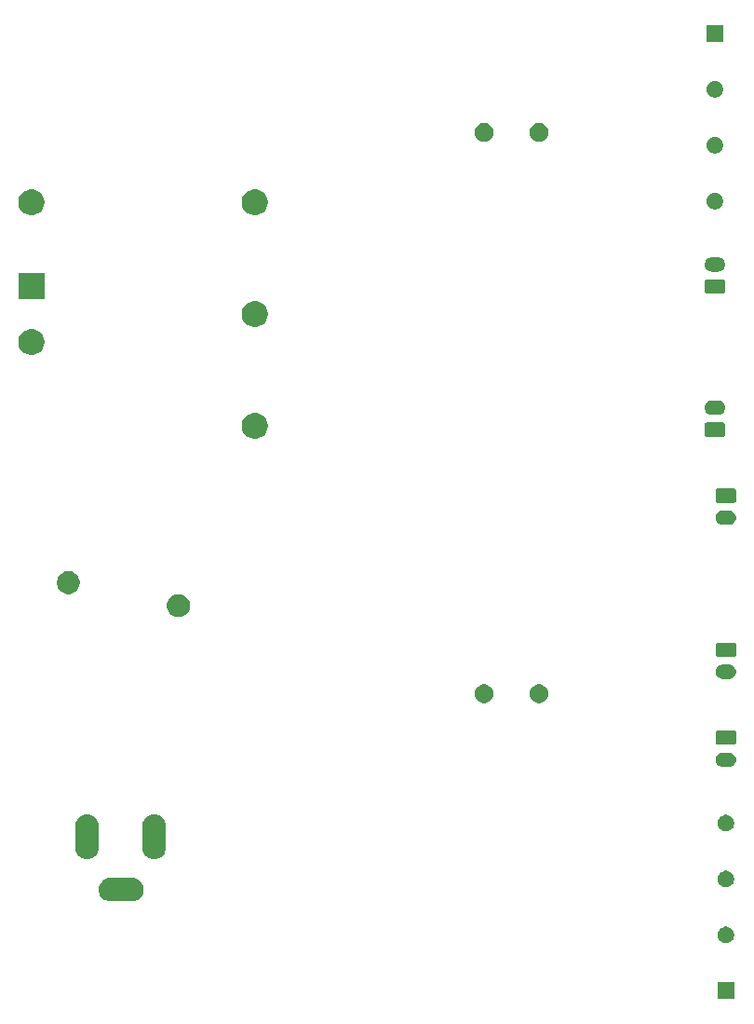
<source format=gbs>
G04 #@! TF.GenerationSoftware,KiCad,Pcbnew,(5.1.5-0)*
G04 #@! TF.CreationDate,2021-01-10T16:54:22-07:00*
G04 #@! TF.ProjectId,power_cui,706f7765-725f-4637-9569-2e6b69636164,rev?*
G04 #@! TF.SameCoordinates,Original*
G04 #@! TF.FileFunction,Soldermask,Bot*
G04 #@! TF.FilePolarity,Negative*
%FSLAX46Y46*%
G04 Gerber Fmt 4.6, Leading zero omitted, Abs format (unit mm)*
G04 Created by KiCad (PCBNEW (5.1.5-0)) date 2021-01-10 16:54:22*
%MOMM*%
%LPD*%
G04 APERTURE LIST*
%ADD10C,0.100000*%
G04 APERTURE END LIST*
D10*
G36*
X152751000Y-143751000D02*
G01*
X151249000Y-143751000D01*
X151249000Y-142249000D01*
X152751000Y-142249000D01*
X152751000Y-143751000D01*
G37*
G36*
X152219059Y-137197860D02*
G01*
X152355732Y-137254472D01*
X152478735Y-137336660D01*
X152583340Y-137441265D01*
X152665528Y-137564268D01*
X152722140Y-137700941D01*
X152751000Y-137846033D01*
X152751000Y-137993967D01*
X152722140Y-138139059D01*
X152665528Y-138275732D01*
X152583340Y-138398735D01*
X152478735Y-138503340D01*
X152355732Y-138585528D01*
X152355731Y-138585529D01*
X152355730Y-138585529D01*
X152219059Y-138642140D01*
X152073968Y-138671000D01*
X151926032Y-138671000D01*
X151780941Y-138642140D01*
X151644270Y-138585529D01*
X151644269Y-138585529D01*
X151644268Y-138585528D01*
X151521265Y-138503340D01*
X151416660Y-138398735D01*
X151334472Y-138275732D01*
X151277860Y-138139059D01*
X151249000Y-137993967D01*
X151249000Y-137846033D01*
X151277860Y-137700941D01*
X151334472Y-137564268D01*
X151416660Y-137441265D01*
X151521265Y-137336660D01*
X151644268Y-137254472D01*
X151780941Y-137197860D01*
X151926032Y-137169000D01*
X152073968Y-137169000D01*
X152219059Y-137197860D01*
G37*
G36*
X98103097Y-132754069D02*
G01*
X98206032Y-132764207D01*
X98404146Y-132824305D01*
X98404149Y-132824306D01*
X98500975Y-132876061D01*
X98586729Y-132921897D01*
X98746765Y-133053235D01*
X98878103Y-133213271D01*
X98923939Y-133299025D01*
X98975694Y-133395851D01*
X98975695Y-133395854D01*
X99035793Y-133593968D01*
X99056085Y-133800000D01*
X99035793Y-134006032D01*
X98975695Y-134204146D01*
X98975694Y-134204149D01*
X98923939Y-134300975D01*
X98878103Y-134386729D01*
X98746765Y-134546765D01*
X98586729Y-134678103D01*
X98500975Y-134723939D01*
X98404149Y-134775694D01*
X98404146Y-134775695D01*
X98206032Y-134835793D01*
X98103097Y-134845931D01*
X98051631Y-134851000D01*
X95948369Y-134851000D01*
X95896903Y-134845931D01*
X95793968Y-134835793D01*
X95595854Y-134775695D01*
X95595851Y-134775694D01*
X95499025Y-134723939D01*
X95413271Y-134678103D01*
X95253235Y-134546765D01*
X95121897Y-134386729D01*
X95076061Y-134300975D01*
X95024306Y-134204149D01*
X95024305Y-134204146D01*
X94964207Y-134006032D01*
X94943915Y-133800000D01*
X94964207Y-133593968D01*
X95024305Y-133395854D01*
X95024306Y-133395851D01*
X95076061Y-133299025D01*
X95121897Y-133213271D01*
X95253235Y-133053235D01*
X95413271Y-132921897D01*
X95499025Y-132876061D01*
X95595851Y-132824306D01*
X95595854Y-132824305D01*
X95793968Y-132764207D01*
X95896903Y-132754069D01*
X95948369Y-132749000D01*
X98051631Y-132749000D01*
X98103097Y-132754069D01*
G37*
G36*
X152219059Y-132117860D02*
G01*
X152355732Y-132174472D01*
X152478735Y-132256660D01*
X152583340Y-132361265D01*
X152665528Y-132484268D01*
X152722140Y-132620941D01*
X152751000Y-132766033D01*
X152751000Y-132913967D01*
X152722140Y-133059059D01*
X152665528Y-133195732D01*
X152583340Y-133318735D01*
X152478735Y-133423340D01*
X152355732Y-133505528D01*
X152355731Y-133505529D01*
X152355730Y-133505529D01*
X152219059Y-133562140D01*
X152073968Y-133591000D01*
X151926032Y-133591000D01*
X151780941Y-133562140D01*
X151644270Y-133505529D01*
X151644269Y-133505529D01*
X151644268Y-133505528D01*
X151521265Y-133423340D01*
X151416660Y-133318735D01*
X151334472Y-133195732D01*
X151277860Y-133059059D01*
X151249000Y-132913967D01*
X151249000Y-132766033D01*
X151277860Y-132620941D01*
X151334472Y-132484268D01*
X151416660Y-132361265D01*
X151521265Y-132256660D01*
X151644268Y-132174472D01*
X151780941Y-132117860D01*
X151926032Y-132089000D01*
X152073968Y-132089000D01*
X152219059Y-132117860D01*
G37*
G36*
X100206032Y-126964207D02*
G01*
X100404146Y-127024305D01*
X100404149Y-127024306D01*
X100500975Y-127076061D01*
X100586729Y-127121897D01*
X100746765Y-127253235D01*
X100878103Y-127413271D01*
X100923939Y-127499025D01*
X100975694Y-127595851D01*
X100975695Y-127595854D01*
X101035793Y-127793968D01*
X101051000Y-127948370D01*
X101051000Y-130051630D01*
X101035793Y-130206032D01*
X100975695Y-130404145D01*
X100975694Y-130404149D01*
X100923939Y-130500975D01*
X100878103Y-130586729D01*
X100746765Y-130746765D01*
X100586729Y-130878103D01*
X100470030Y-130940479D01*
X100404148Y-130975694D01*
X100404145Y-130975695D01*
X100206031Y-131035793D01*
X100000000Y-131056085D01*
X99793968Y-131035793D01*
X99595854Y-130975695D01*
X99595851Y-130975694D01*
X99499025Y-130923939D01*
X99413271Y-130878103D01*
X99253235Y-130746765D01*
X99121897Y-130586729D01*
X99024307Y-130404149D01*
X99024306Y-130404148D01*
X99024305Y-130404145D01*
X98964207Y-130206031D01*
X98949000Y-130051629D01*
X98949001Y-127948370D01*
X98964208Y-127793968D01*
X99024306Y-127595854D01*
X99024307Y-127595851D01*
X99076062Y-127499025D01*
X99121898Y-127413271D01*
X99253236Y-127253235D01*
X99413272Y-127121897D01*
X99499026Y-127076061D01*
X99595852Y-127024306D01*
X99595855Y-127024305D01*
X99793969Y-126964207D01*
X100000000Y-126943915D01*
X100206032Y-126964207D01*
G37*
G36*
X94106032Y-126964207D02*
G01*
X94304146Y-127024305D01*
X94304149Y-127024306D01*
X94400975Y-127076061D01*
X94486729Y-127121897D01*
X94646765Y-127253235D01*
X94778103Y-127413271D01*
X94823939Y-127499025D01*
X94875694Y-127595851D01*
X94875695Y-127595854D01*
X94935793Y-127793968D01*
X94951000Y-127948370D01*
X94951000Y-130051630D01*
X94935793Y-130206032D01*
X94875695Y-130404145D01*
X94875694Y-130404149D01*
X94823939Y-130500975D01*
X94778103Y-130586729D01*
X94646765Y-130746765D01*
X94486729Y-130878103D01*
X94370030Y-130940479D01*
X94304148Y-130975694D01*
X94304145Y-130975695D01*
X94106031Y-131035793D01*
X93900000Y-131056085D01*
X93693968Y-131035793D01*
X93495854Y-130975695D01*
X93495851Y-130975694D01*
X93399025Y-130923939D01*
X93313271Y-130878103D01*
X93153235Y-130746765D01*
X93021897Y-130586729D01*
X92924307Y-130404149D01*
X92924306Y-130404148D01*
X92924305Y-130404145D01*
X92864207Y-130206031D01*
X92849000Y-130051629D01*
X92849001Y-127948370D01*
X92864208Y-127793968D01*
X92924306Y-127595854D01*
X92924307Y-127595851D01*
X92976062Y-127499025D01*
X93021898Y-127413271D01*
X93153236Y-127253235D01*
X93313272Y-127121897D01*
X93399026Y-127076061D01*
X93495852Y-127024306D01*
X93495855Y-127024305D01*
X93693969Y-126964207D01*
X93900000Y-126943915D01*
X94106032Y-126964207D01*
G37*
G36*
X152219059Y-127037860D02*
G01*
X152355732Y-127094472D01*
X152478735Y-127176660D01*
X152583340Y-127281265D01*
X152583341Y-127281267D01*
X152665529Y-127404270D01*
X152722140Y-127540941D01*
X152751000Y-127686032D01*
X152751000Y-127833968D01*
X152728244Y-127948370D01*
X152722140Y-127979059D01*
X152665528Y-128115732D01*
X152583340Y-128238735D01*
X152478735Y-128343340D01*
X152355732Y-128425528D01*
X152355731Y-128425529D01*
X152355730Y-128425529D01*
X152219059Y-128482140D01*
X152073968Y-128511000D01*
X151926032Y-128511000D01*
X151780941Y-128482140D01*
X151644270Y-128425529D01*
X151644269Y-128425529D01*
X151644268Y-128425528D01*
X151521265Y-128343340D01*
X151416660Y-128238735D01*
X151334472Y-128115732D01*
X151277860Y-127979059D01*
X151271756Y-127948370D01*
X151249000Y-127833968D01*
X151249000Y-127686032D01*
X151277860Y-127540941D01*
X151334471Y-127404270D01*
X151416659Y-127281267D01*
X151416660Y-127281265D01*
X151521265Y-127176660D01*
X151644268Y-127094472D01*
X151780941Y-127037860D01*
X151926032Y-127009000D01*
X152073968Y-127009000D01*
X152219059Y-127037860D01*
G37*
G36*
X152338855Y-121352140D02*
G01*
X152402618Y-121358420D01*
X152493404Y-121385960D01*
X152525336Y-121395646D01*
X152638425Y-121456094D01*
X152737554Y-121537446D01*
X152818906Y-121636575D01*
X152879354Y-121749664D01*
X152879355Y-121749668D01*
X152916580Y-121872382D01*
X152929149Y-122000000D01*
X152916580Y-122127618D01*
X152889040Y-122218404D01*
X152879354Y-122250336D01*
X152818906Y-122363425D01*
X152737554Y-122462554D01*
X152638425Y-122543906D01*
X152525336Y-122604354D01*
X152493404Y-122614040D01*
X152402618Y-122641580D01*
X152338855Y-122647860D01*
X152306974Y-122651000D01*
X151693026Y-122651000D01*
X151661145Y-122647860D01*
X151597382Y-122641580D01*
X151506596Y-122614040D01*
X151474664Y-122604354D01*
X151361575Y-122543906D01*
X151262446Y-122462554D01*
X151181094Y-122363425D01*
X151120646Y-122250336D01*
X151110960Y-122218404D01*
X151083420Y-122127618D01*
X151070851Y-122000000D01*
X151083420Y-121872382D01*
X151120645Y-121749668D01*
X151120646Y-121749664D01*
X151181094Y-121636575D01*
X151262446Y-121537446D01*
X151361575Y-121456094D01*
X151474664Y-121395646D01*
X151506596Y-121385960D01*
X151597382Y-121358420D01*
X151661145Y-121352140D01*
X151693026Y-121349000D01*
X152306974Y-121349000D01*
X152338855Y-121352140D01*
G37*
G36*
X152766242Y-119353404D02*
G01*
X152803337Y-119364657D01*
X152837515Y-119382925D01*
X152867481Y-119407519D01*
X152892075Y-119437485D01*
X152910343Y-119471663D01*
X152921596Y-119508758D01*
X152926000Y-119553474D01*
X152926000Y-120446526D01*
X152921596Y-120491242D01*
X152910343Y-120528337D01*
X152892075Y-120562515D01*
X152867481Y-120592481D01*
X152837515Y-120617075D01*
X152803337Y-120635343D01*
X152766242Y-120646596D01*
X152721526Y-120651000D01*
X151278474Y-120651000D01*
X151233758Y-120646596D01*
X151196663Y-120635343D01*
X151162485Y-120617075D01*
X151132519Y-120592481D01*
X151107925Y-120562515D01*
X151089657Y-120528337D01*
X151078404Y-120491242D01*
X151074000Y-120446526D01*
X151074000Y-119553474D01*
X151078404Y-119508758D01*
X151089657Y-119471663D01*
X151107925Y-119437485D01*
X151132519Y-119407519D01*
X151162485Y-119382925D01*
X151196663Y-119364657D01*
X151233758Y-119353404D01*
X151278474Y-119349000D01*
X152721526Y-119349000D01*
X152766242Y-119353404D01*
G37*
G36*
X135248228Y-115181703D02*
G01*
X135403100Y-115245853D01*
X135542481Y-115338985D01*
X135661015Y-115457519D01*
X135754147Y-115596900D01*
X135818297Y-115751772D01*
X135851000Y-115916184D01*
X135851000Y-116083816D01*
X135818297Y-116248228D01*
X135754147Y-116403100D01*
X135661015Y-116542481D01*
X135542481Y-116661015D01*
X135403100Y-116754147D01*
X135248228Y-116818297D01*
X135083816Y-116851000D01*
X134916184Y-116851000D01*
X134751772Y-116818297D01*
X134596900Y-116754147D01*
X134457519Y-116661015D01*
X134338985Y-116542481D01*
X134245853Y-116403100D01*
X134181703Y-116248228D01*
X134149000Y-116083816D01*
X134149000Y-115916184D01*
X134181703Y-115751772D01*
X134245853Y-115596900D01*
X134338985Y-115457519D01*
X134457519Y-115338985D01*
X134596900Y-115245853D01*
X134751772Y-115181703D01*
X134916184Y-115149000D01*
X135083816Y-115149000D01*
X135248228Y-115181703D01*
G37*
G36*
X130248228Y-115181703D02*
G01*
X130403100Y-115245853D01*
X130542481Y-115338985D01*
X130661015Y-115457519D01*
X130754147Y-115596900D01*
X130818297Y-115751772D01*
X130851000Y-115916184D01*
X130851000Y-116083816D01*
X130818297Y-116248228D01*
X130754147Y-116403100D01*
X130661015Y-116542481D01*
X130542481Y-116661015D01*
X130403100Y-116754147D01*
X130248228Y-116818297D01*
X130083816Y-116851000D01*
X129916184Y-116851000D01*
X129751772Y-116818297D01*
X129596900Y-116754147D01*
X129457519Y-116661015D01*
X129338985Y-116542481D01*
X129245853Y-116403100D01*
X129181703Y-116248228D01*
X129149000Y-116083816D01*
X129149000Y-115916184D01*
X129181703Y-115751772D01*
X129245853Y-115596900D01*
X129338985Y-115457519D01*
X129457519Y-115338985D01*
X129596900Y-115245853D01*
X129751772Y-115181703D01*
X129916184Y-115149000D01*
X130083816Y-115149000D01*
X130248228Y-115181703D01*
G37*
G36*
X152338855Y-113352140D02*
G01*
X152402618Y-113358420D01*
X152493404Y-113385960D01*
X152525336Y-113395646D01*
X152638425Y-113456094D01*
X152737554Y-113537446D01*
X152818906Y-113636575D01*
X152879354Y-113749664D01*
X152879355Y-113749668D01*
X152916580Y-113872382D01*
X152929149Y-114000000D01*
X152916580Y-114127618D01*
X152889040Y-114218404D01*
X152879354Y-114250336D01*
X152818906Y-114363425D01*
X152737554Y-114462554D01*
X152638425Y-114543906D01*
X152525336Y-114604354D01*
X152493404Y-114614040D01*
X152402618Y-114641580D01*
X152338855Y-114647860D01*
X152306974Y-114651000D01*
X151693026Y-114651000D01*
X151661145Y-114647860D01*
X151597382Y-114641580D01*
X151506596Y-114614040D01*
X151474664Y-114604354D01*
X151361575Y-114543906D01*
X151262446Y-114462554D01*
X151181094Y-114363425D01*
X151120646Y-114250336D01*
X151110960Y-114218404D01*
X151083420Y-114127618D01*
X151070851Y-114000000D01*
X151083420Y-113872382D01*
X151120645Y-113749668D01*
X151120646Y-113749664D01*
X151181094Y-113636575D01*
X151262446Y-113537446D01*
X151361575Y-113456094D01*
X151474664Y-113395646D01*
X151506596Y-113385960D01*
X151597382Y-113358420D01*
X151661145Y-113352140D01*
X151693026Y-113349000D01*
X152306974Y-113349000D01*
X152338855Y-113352140D01*
G37*
G36*
X152766242Y-111353404D02*
G01*
X152803337Y-111364657D01*
X152837515Y-111382925D01*
X152867481Y-111407519D01*
X152892075Y-111437485D01*
X152910343Y-111471663D01*
X152921596Y-111508758D01*
X152926000Y-111553474D01*
X152926000Y-112446526D01*
X152921596Y-112491242D01*
X152910343Y-112528337D01*
X152892075Y-112562515D01*
X152867481Y-112592481D01*
X152837515Y-112617075D01*
X152803337Y-112635343D01*
X152766242Y-112646596D01*
X152721526Y-112651000D01*
X151278474Y-112651000D01*
X151233758Y-112646596D01*
X151196663Y-112635343D01*
X151162485Y-112617075D01*
X151132519Y-112592481D01*
X151107925Y-112562515D01*
X151089657Y-112528337D01*
X151078404Y-112491242D01*
X151074000Y-112446526D01*
X151074000Y-111553474D01*
X151078404Y-111508758D01*
X151089657Y-111471663D01*
X151107925Y-111437485D01*
X151132519Y-111407519D01*
X151162485Y-111382925D01*
X151196663Y-111364657D01*
X151233758Y-111353404D01*
X151278474Y-111349000D01*
X152721526Y-111349000D01*
X152766242Y-111353404D01*
G37*
G36*
X102506564Y-106989389D02*
G01*
X102697833Y-107068615D01*
X102697835Y-107068616D01*
X102869973Y-107183635D01*
X103016365Y-107330027D01*
X103131385Y-107502167D01*
X103210611Y-107693436D01*
X103251000Y-107896484D01*
X103251000Y-108103516D01*
X103210611Y-108306564D01*
X103131385Y-108497833D01*
X103131384Y-108497835D01*
X103016365Y-108669973D01*
X102869973Y-108816365D01*
X102697835Y-108931384D01*
X102697834Y-108931385D01*
X102697833Y-108931385D01*
X102506564Y-109010611D01*
X102303516Y-109051000D01*
X102096484Y-109051000D01*
X101893436Y-109010611D01*
X101702167Y-108931385D01*
X101702166Y-108931385D01*
X101702165Y-108931384D01*
X101530027Y-108816365D01*
X101383635Y-108669973D01*
X101268616Y-108497835D01*
X101268615Y-108497833D01*
X101189389Y-108306564D01*
X101149000Y-108103516D01*
X101149000Y-107896484D01*
X101189389Y-107693436D01*
X101268615Y-107502167D01*
X101383635Y-107330027D01*
X101530027Y-107183635D01*
X101702165Y-107068616D01*
X101702167Y-107068615D01*
X101893436Y-106989389D01*
X102096484Y-106949000D01*
X102303516Y-106949000D01*
X102506564Y-106989389D01*
G37*
G36*
X92506564Y-104889389D02*
G01*
X92697833Y-104968615D01*
X92697835Y-104968616D01*
X92869973Y-105083635D01*
X93016365Y-105230027D01*
X93131385Y-105402167D01*
X93210611Y-105593436D01*
X93251000Y-105796484D01*
X93251000Y-106003516D01*
X93210611Y-106206564D01*
X93131385Y-106397833D01*
X93131384Y-106397835D01*
X93016365Y-106569973D01*
X92869973Y-106716365D01*
X92697835Y-106831384D01*
X92697834Y-106831385D01*
X92697833Y-106831385D01*
X92506564Y-106910611D01*
X92303516Y-106951000D01*
X92096484Y-106951000D01*
X91893436Y-106910611D01*
X91702167Y-106831385D01*
X91702166Y-106831385D01*
X91702165Y-106831384D01*
X91530027Y-106716365D01*
X91383635Y-106569973D01*
X91268616Y-106397835D01*
X91268615Y-106397833D01*
X91189389Y-106206564D01*
X91149000Y-106003516D01*
X91149000Y-105796484D01*
X91189389Y-105593436D01*
X91268615Y-105402167D01*
X91383635Y-105230027D01*
X91530027Y-105083635D01*
X91702165Y-104968616D01*
X91702167Y-104968615D01*
X91893436Y-104889389D01*
X92096484Y-104849000D01*
X92303516Y-104849000D01*
X92506564Y-104889389D01*
G37*
G36*
X152338855Y-99352140D02*
G01*
X152402618Y-99358420D01*
X152493404Y-99385960D01*
X152525336Y-99395646D01*
X152638425Y-99456094D01*
X152737554Y-99537446D01*
X152818906Y-99636575D01*
X152879354Y-99749664D01*
X152879355Y-99749668D01*
X152916580Y-99872382D01*
X152929149Y-100000000D01*
X152916580Y-100127618D01*
X152889040Y-100218404D01*
X152879354Y-100250336D01*
X152818906Y-100363425D01*
X152737554Y-100462554D01*
X152638425Y-100543906D01*
X152525336Y-100604354D01*
X152493404Y-100614040D01*
X152402618Y-100641580D01*
X152338855Y-100647860D01*
X152306974Y-100651000D01*
X151693026Y-100651000D01*
X151661145Y-100647860D01*
X151597382Y-100641580D01*
X151506596Y-100614040D01*
X151474664Y-100604354D01*
X151361575Y-100543906D01*
X151262446Y-100462554D01*
X151181094Y-100363425D01*
X151120646Y-100250336D01*
X151110960Y-100218404D01*
X151083420Y-100127618D01*
X151070851Y-100000000D01*
X151083420Y-99872382D01*
X151120645Y-99749668D01*
X151120646Y-99749664D01*
X151181094Y-99636575D01*
X151262446Y-99537446D01*
X151361575Y-99456094D01*
X151474664Y-99395646D01*
X151506596Y-99385960D01*
X151597382Y-99358420D01*
X151661145Y-99352140D01*
X151693026Y-99349000D01*
X152306974Y-99349000D01*
X152338855Y-99352140D01*
G37*
G36*
X152766242Y-97353404D02*
G01*
X152803337Y-97364657D01*
X152837515Y-97382925D01*
X152867481Y-97407519D01*
X152892075Y-97437485D01*
X152910343Y-97471663D01*
X152921596Y-97508758D01*
X152926000Y-97553474D01*
X152926000Y-98446526D01*
X152921596Y-98491242D01*
X152910343Y-98528337D01*
X152892075Y-98562515D01*
X152867481Y-98592481D01*
X152837515Y-98617075D01*
X152803337Y-98635343D01*
X152766242Y-98646596D01*
X152721526Y-98651000D01*
X151278474Y-98651000D01*
X151233758Y-98646596D01*
X151196663Y-98635343D01*
X151162485Y-98617075D01*
X151132519Y-98592481D01*
X151107925Y-98562515D01*
X151089657Y-98528337D01*
X151078404Y-98491242D01*
X151074000Y-98446526D01*
X151074000Y-97553474D01*
X151078404Y-97508758D01*
X151089657Y-97471663D01*
X151107925Y-97437485D01*
X151132519Y-97407519D01*
X151162485Y-97382925D01*
X151196663Y-97364657D01*
X151233758Y-97353404D01*
X151278474Y-97349000D01*
X152721526Y-97349000D01*
X152766242Y-97353404D01*
G37*
G36*
X109351560Y-90499064D02*
G01*
X109503027Y-90529193D01*
X109717045Y-90617842D01*
X109717046Y-90617843D01*
X109909654Y-90746539D01*
X110073461Y-90910346D01*
X110159258Y-91038751D01*
X110202158Y-91102955D01*
X110290807Y-91316973D01*
X110336000Y-91544174D01*
X110336000Y-91775826D01*
X110290807Y-92003027D01*
X110202158Y-92217045D01*
X110202157Y-92217046D01*
X110073461Y-92409654D01*
X109909654Y-92573461D01*
X109800199Y-92646596D01*
X109717045Y-92702158D01*
X109503027Y-92790807D01*
X109351560Y-92820936D01*
X109275827Y-92836000D01*
X109044173Y-92836000D01*
X108968440Y-92820936D01*
X108816973Y-92790807D01*
X108602955Y-92702158D01*
X108519801Y-92646596D01*
X108410346Y-92573461D01*
X108246539Y-92409654D01*
X108117843Y-92217046D01*
X108117842Y-92217045D01*
X108029193Y-92003027D01*
X107984000Y-91775826D01*
X107984000Y-91544174D01*
X108029193Y-91316973D01*
X108117842Y-91102955D01*
X108160742Y-91038751D01*
X108246539Y-90910346D01*
X108410346Y-90746539D01*
X108602954Y-90617843D01*
X108602955Y-90617842D01*
X108816973Y-90529193D01*
X108968440Y-90499064D01*
X109044173Y-90484000D01*
X109275827Y-90484000D01*
X109351560Y-90499064D01*
G37*
G36*
X151766242Y-91353404D02*
G01*
X151803337Y-91364657D01*
X151837515Y-91382925D01*
X151867481Y-91407519D01*
X151892075Y-91437485D01*
X151910343Y-91471663D01*
X151921596Y-91508758D01*
X151926000Y-91553474D01*
X151926000Y-92446526D01*
X151921596Y-92491242D01*
X151910343Y-92528337D01*
X151892075Y-92562515D01*
X151867481Y-92592481D01*
X151837515Y-92617075D01*
X151803337Y-92635343D01*
X151766242Y-92646596D01*
X151721526Y-92651000D01*
X150278474Y-92651000D01*
X150233758Y-92646596D01*
X150196663Y-92635343D01*
X150162485Y-92617075D01*
X150132519Y-92592481D01*
X150107925Y-92562515D01*
X150089657Y-92528337D01*
X150078404Y-92491242D01*
X150074000Y-92446526D01*
X150074000Y-91553474D01*
X150078404Y-91508758D01*
X150089657Y-91471663D01*
X150107925Y-91437485D01*
X150132519Y-91407519D01*
X150162485Y-91382925D01*
X150196663Y-91364657D01*
X150233758Y-91353404D01*
X150278474Y-91349000D01*
X151721526Y-91349000D01*
X151766242Y-91353404D01*
G37*
G36*
X151338855Y-89352140D02*
G01*
X151402618Y-89358420D01*
X151493404Y-89385960D01*
X151525336Y-89395646D01*
X151638425Y-89456094D01*
X151737554Y-89537446D01*
X151818906Y-89636575D01*
X151879354Y-89749664D01*
X151879355Y-89749668D01*
X151916580Y-89872382D01*
X151929149Y-90000000D01*
X151916580Y-90127618D01*
X151889040Y-90218404D01*
X151879354Y-90250336D01*
X151818906Y-90363425D01*
X151737554Y-90462554D01*
X151638425Y-90543906D01*
X151525336Y-90604354D01*
X151493404Y-90614040D01*
X151402618Y-90641580D01*
X151338855Y-90647860D01*
X151306974Y-90651000D01*
X150693026Y-90651000D01*
X150661145Y-90647860D01*
X150597382Y-90641580D01*
X150506596Y-90614040D01*
X150474664Y-90604354D01*
X150361575Y-90543906D01*
X150262446Y-90462554D01*
X150181094Y-90363425D01*
X150120646Y-90250336D01*
X150110960Y-90218404D01*
X150083420Y-90127618D01*
X150070851Y-90000000D01*
X150083420Y-89872382D01*
X150120645Y-89749668D01*
X150120646Y-89749664D01*
X150181094Y-89636575D01*
X150262446Y-89537446D01*
X150361575Y-89456094D01*
X150474664Y-89395646D01*
X150506596Y-89385960D01*
X150597382Y-89358420D01*
X150661145Y-89352140D01*
X150693026Y-89349000D01*
X151306974Y-89349000D01*
X151338855Y-89352140D01*
G37*
G36*
X89031560Y-82879064D02*
G01*
X89183027Y-82909193D01*
X89397045Y-82997842D01*
X89397046Y-82997843D01*
X89589654Y-83126539D01*
X89753461Y-83290346D01*
X89839258Y-83418751D01*
X89882158Y-83482955D01*
X89970807Y-83696973D01*
X90016000Y-83924174D01*
X90016000Y-84155826D01*
X89970807Y-84383027D01*
X89882158Y-84597045D01*
X89882157Y-84597046D01*
X89753461Y-84789654D01*
X89589654Y-84953461D01*
X89461249Y-85039258D01*
X89397045Y-85082158D01*
X89183027Y-85170807D01*
X89031560Y-85200936D01*
X88955827Y-85216000D01*
X88724173Y-85216000D01*
X88648440Y-85200936D01*
X88496973Y-85170807D01*
X88282955Y-85082158D01*
X88218751Y-85039258D01*
X88090346Y-84953461D01*
X87926539Y-84789654D01*
X87797843Y-84597046D01*
X87797842Y-84597045D01*
X87709193Y-84383027D01*
X87664000Y-84155826D01*
X87664000Y-83924174D01*
X87709193Y-83696973D01*
X87797842Y-83482955D01*
X87840742Y-83418751D01*
X87926539Y-83290346D01*
X88090346Y-83126539D01*
X88282954Y-82997843D01*
X88282955Y-82997842D01*
X88496973Y-82909193D01*
X88648440Y-82879064D01*
X88724173Y-82864000D01*
X88955827Y-82864000D01*
X89031560Y-82879064D01*
G37*
G36*
X109351560Y-80339064D02*
G01*
X109503027Y-80369193D01*
X109717045Y-80457842D01*
X109717046Y-80457843D01*
X109909654Y-80586539D01*
X110073461Y-80750346D01*
X110159258Y-80878751D01*
X110202158Y-80942955D01*
X110290807Y-81156973D01*
X110336000Y-81384174D01*
X110336000Y-81615826D01*
X110290807Y-81843027D01*
X110202158Y-82057045D01*
X110202157Y-82057046D01*
X110073461Y-82249654D01*
X109909654Y-82413461D01*
X109781249Y-82499258D01*
X109717045Y-82542158D01*
X109503027Y-82630807D01*
X109351560Y-82660936D01*
X109275827Y-82676000D01*
X109044173Y-82676000D01*
X108968440Y-82660936D01*
X108816973Y-82630807D01*
X108602955Y-82542158D01*
X108538751Y-82499258D01*
X108410346Y-82413461D01*
X108246539Y-82249654D01*
X108117843Y-82057046D01*
X108117842Y-82057045D01*
X108029193Y-81843027D01*
X107984000Y-81615826D01*
X107984000Y-81384174D01*
X108029193Y-81156973D01*
X108117842Y-80942955D01*
X108160742Y-80878751D01*
X108246539Y-80750346D01*
X108410346Y-80586539D01*
X108602954Y-80457843D01*
X108602955Y-80457842D01*
X108816973Y-80369193D01*
X108968440Y-80339064D01*
X109044173Y-80324000D01*
X109275827Y-80324000D01*
X109351560Y-80339064D01*
G37*
G36*
X90016000Y-80136000D02*
G01*
X87664000Y-80136000D01*
X87664000Y-77784000D01*
X90016000Y-77784000D01*
X90016000Y-80136000D01*
G37*
G36*
X151766242Y-78353404D02*
G01*
X151803337Y-78364657D01*
X151837515Y-78382925D01*
X151867481Y-78407519D01*
X151892075Y-78437485D01*
X151910343Y-78471663D01*
X151921596Y-78508758D01*
X151926000Y-78553474D01*
X151926000Y-79446526D01*
X151921596Y-79491242D01*
X151910343Y-79528337D01*
X151892075Y-79562515D01*
X151867481Y-79592481D01*
X151837515Y-79617075D01*
X151803337Y-79635343D01*
X151766242Y-79646596D01*
X151721526Y-79651000D01*
X150278474Y-79651000D01*
X150233758Y-79646596D01*
X150196663Y-79635343D01*
X150162485Y-79617075D01*
X150132519Y-79592481D01*
X150107925Y-79562515D01*
X150089657Y-79528337D01*
X150078404Y-79491242D01*
X150074000Y-79446526D01*
X150074000Y-78553474D01*
X150078404Y-78508758D01*
X150089657Y-78471663D01*
X150107925Y-78437485D01*
X150132519Y-78407519D01*
X150162485Y-78382925D01*
X150196663Y-78364657D01*
X150233758Y-78353404D01*
X150278474Y-78349000D01*
X151721526Y-78349000D01*
X151766242Y-78353404D01*
G37*
G36*
X151338855Y-76352140D02*
G01*
X151402618Y-76358420D01*
X151493404Y-76385960D01*
X151525336Y-76395646D01*
X151638425Y-76456094D01*
X151737554Y-76537446D01*
X151818906Y-76636575D01*
X151879354Y-76749664D01*
X151879355Y-76749668D01*
X151916580Y-76872382D01*
X151929149Y-77000000D01*
X151916580Y-77127618D01*
X151889040Y-77218404D01*
X151879354Y-77250336D01*
X151818906Y-77363425D01*
X151737554Y-77462554D01*
X151638425Y-77543906D01*
X151525336Y-77604354D01*
X151493404Y-77614040D01*
X151402618Y-77641580D01*
X151338855Y-77647860D01*
X151306974Y-77651000D01*
X150693026Y-77651000D01*
X150661145Y-77647860D01*
X150597382Y-77641580D01*
X150506596Y-77614040D01*
X150474664Y-77604354D01*
X150361575Y-77543906D01*
X150262446Y-77462554D01*
X150181094Y-77363425D01*
X150120646Y-77250336D01*
X150110960Y-77218404D01*
X150083420Y-77127618D01*
X150070851Y-77000000D01*
X150083420Y-76872382D01*
X150120645Y-76749668D01*
X150120646Y-76749664D01*
X150181094Y-76636575D01*
X150262446Y-76537446D01*
X150361575Y-76456094D01*
X150474664Y-76395646D01*
X150506596Y-76385960D01*
X150597382Y-76358420D01*
X150661145Y-76352140D01*
X150693026Y-76349000D01*
X151306974Y-76349000D01*
X151338855Y-76352140D01*
G37*
G36*
X89031560Y-70179064D02*
G01*
X89183027Y-70209193D01*
X89397045Y-70297842D01*
X89397046Y-70297843D01*
X89589654Y-70426539D01*
X89753461Y-70590346D01*
X89797770Y-70656660D01*
X89882158Y-70782955D01*
X89970807Y-70996973D01*
X90016000Y-71224174D01*
X90016000Y-71455826D01*
X89970807Y-71683027D01*
X89882158Y-71897045D01*
X89882157Y-71897046D01*
X89753461Y-72089654D01*
X89589654Y-72253461D01*
X89461249Y-72339258D01*
X89397045Y-72382158D01*
X89183027Y-72470807D01*
X89031560Y-72500936D01*
X88955827Y-72516000D01*
X88724173Y-72516000D01*
X88648440Y-72500936D01*
X88496973Y-72470807D01*
X88282955Y-72382158D01*
X88218751Y-72339258D01*
X88090346Y-72253461D01*
X87926539Y-72089654D01*
X87797843Y-71897046D01*
X87797842Y-71897045D01*
X87709193Y-71683027D01*
X87664000Y-71455826D01*
X87664000Y-71224174D01*
X87709193Y-70996973D01*
X87797842Y-70782955D01*
X87882230Y-70656660D01*
X87926539Y-70590346D01*
X88090346Y-70426539D01*
X88282954Y-70297843D01*
X88282955Y-70297842D01*
X88496973Y-70209193D01*
X88648440Y-70179064D01*
X88724173Y-70164000D01*
X88955827Y-70164000D01*
X89031560Y-70179064D01*
G37*
G36*
X109351560Y-70179064D02*
G01*
X109503027Y-70209193D01*
X109717045Y-70297842D01*
X109717046Y-70297843D01*
X109909654Y-70426539D01*
X110073461Y-70590346D01*
X110117770Y-70656660D01*
X110202158Y-70782955D01*
X110290807Y-70996973D01*
X110336000Y-71224174D01*
X110336000Y-71455826D01*
X110290807Y-71683027D01*
X110202158Y-71897045D01*
X110202157Y-71897046D01*
X110073461Y-72089654D01*
X109909654Y-72253461D01*
X109781249Y-72339258D01*
X109717045Y-72382158D01*
X109503027Y-72470807D01*
X109351560Y-72500936D01*
X109275827Y-72516000D01*
X109044173Y-72516000D01*
X108968440Y-72500936D01*
X108816973Y-72470807D01*
X108602955Y-72382158D01*
X108538751Y-72339258D01*
X108410346Y-72253461D01*
X108246539Y-72089654D01*
X108117843Y-71897046D01*
X108117842Y-71897045D01*
X108029193Y-71683027D01*
X107984000Y-71455826D01*
X107984000Y-71224174D01*
X108029193Y-70996973D01*
X108117842Y-70782955D01*
X108202230Y-70656660D01*
X108246539Y-70590346D01*
X108410346Y-70426539D01*
X108602954Y-70297843D01*
X108602955Y-70297842D01*
X108816973Y-70209193D01*
X108968440Y-70179064D01*
X109044173Y-70164000D01*
X109275827Y-70164000D01*
X109351560Y-70179064D01*
G37*
G36*
X151219059Y-70517860D02*
G01*
X151355732Y-70574472D01*
X151478735Y-70656660D01*
X151583340Y-70761265D01*
X151665528Y-70884268D01*
X151722140Y-71020941D01*
X151751000Y-71166033D01*
X151751000Y-71313967D01*
X151722140Y-71459059D01*
X151665528Y-71595732D01*
X151583340Y-71718735D01*
X151478735Y-71823340D01*
X151355732Y-71905528D01*
X151355731Y-71905529D01*
X151355730Y-71905529D01*
X151219059Y-71962140D01*
X151073968Y-71991000D01*
X150926032Y-71991000D01*
X150780941Y-71962140D01*
X150644270Y-71905529D01*
X150644269Y-71905529D01*
X150644268Y-71905528D01*
X150521265Y-71823340D01*
X150416660Y-71718735D01*
X150334472Y-71595732D01*
X150277860Y-71459059D01*
X150249000Y-71313967D01*
X150249000Y-71166033D01*
X150277860Y-71020941D01*
X150334472Y-70884268D01*
X150416660Y-70761265D01*
X150521265Y-70656660D01*
X150644268Y-70574472D01*
X150780941Y-70517860D01*
X150926032Y-70489000D01*
X151073968Y-70489000D01*
X151219059Y-70517860D01*
G37*
G36*
X151219059Y-65437860D02*
G01*
X151355732Y-65494472D01*
X151478735Y-65576660D01*
X151583340Y-65681265D01*
X151665528Y-65804268D01*
X151722140Y-65940941D01*
X151751000Y-66086033D01*
X151751000Y-66233967D01*
X151722140Y-66379059D01*
X151665528Y-66515732D01*
X151583340Y-66638735D01*
X151478735Y-66743340D01*
X151355732Y-66825528D01*
X151355731Y-66825529D01*
X151355730Y-66825529D01*
X151219059Y-66882140D01*
X151073968Y-66911000D01*
X150926032Y-66911000D01*
X150780941Y-66882140D01*
X150644270Y-66825529D01*
X150644269Y-66825529D01*
X150644268Y-66825528D01*
X150521265Y-66743340D01*
X150416660Y-66638735D01*
X150334472Y-66515732D01*
X150277860Y-66379059D01*
X150249000Y-66233967D01*
X150249000Y-66086033D01*
X150277860Y-65940941D01*
X150334472Y-65804268D01*
X150416660Y-65681265D01*
X150521265Y-65576660D01*
X150644268Y-65494472D01*
X150780941Y-65437860D01*
X150926032Y-65409000D01*
X151073968Y-65409000D01*
X151219059Y-65437860D01*
G37*
G36*
X135248228Y-64181703D02*
G01*
X135403100Y-64245853D01*
X135542481Y-64338985D01*
X135661015Y-64457519D01*
X135754147Y-64596900D01*
X135818297Y-64751772D01*
X135851000Y-64916184D01*
X135851000Y-65083816D01*
X135818297Y-65248228D01*
X135754147Y-65403100D01*
X135661015Y-65542481D01*
X135542481Y-65661015D01*
X135403100Y-65754147D01*
X135248228Y-65818297D01*
X135083816Y-65851000D01*
X134916184Y-65851000D01*
X134751772Y-65818297D01*
X134596900Y-65754147D01*
X134457519Y-65661015D01*
X134338985Y-65542481D01*
X134245853Y-65403100D01*
X134181703Y-65248228D01*
X134149000Y-65083816D01*
X134149000Y-64916184D01*
X134181703Y-64751772D01*
X134245853Y-64596900D01*
X134338985Y-64457519D01*
X134457519Y-64338985D01*
X134596900Y-64245853D01*
X134751772Y-64181703D01*
X134916184Y-64149000D01*
X135083816Y-64149000D01*
X135248228Y-64181703D01*
G37*
G36*
X130248228Y-64181703D02*
G01*
X130403100Y-64245853D01*
X130542481Y-64338985D01*
X130661015Y-64457519D01*
X130754147Y-64596900D01*
X130818297Y-64751772D01*
X130851000Y-64916184D01*
X130851000Y-65083816D01*
X130818297Y-65248228D01*
X130754147Y-65403100D01*
X130661015Y-65542481D01*
X130542481Y-65661015D01*
X130403100Y-65754147D01*
X130248228Y-65818297D01*
X130083816Y-65851000D01*
X129916184Y-65851000D01*
X129751772Y-65818297D01*
X129596900Y-65754147D01*
X129457519Y-65661015D01*
X129338985Y-65542481D01*
X129245853Y-65403100D01*
X129181703Y-65248228D01*
X129149000Y-65083816D01*
X129149000Y-64916184D01*
X129181703Y-64751772D01*
X129245853Y-64596900D01*
X129338985Y-64457519D01*
X129457519Y-64338985D01*
X129596900Y-64245853D01*
X129751772Y-64181703D01*
X129916184Y-64149000D01*
X130083816Y-64149000D01*
X130248228Y-64181703D01*
G37*
G36*
X151219059Y-60357860D02*
G01*
X151355732Y-60414472D01*
X151478735Y-60496660D01*
X151583340Y-60601265D01*
X151665528Y-60724268D01*
X151722140Y-60860941D01*
X151751000Y-61006033D01*
X151751000Y-61153967D01*
X151722140Y-61299059D01*
X151665528Y-61435732D01*
X151583340Y-61558735D01*
X151478735Y-61663340D01*
X151355732Y-61745528D01*
X151355731Y-61745529D01*
X151355730Y-61745529D01*
X151219059Y-61802140D01*
X151073968Y-61831000D01*
X150926032Y-61831000D01*
X150780941Y-61802140D01*
X150644270Y-61745529D01*
X150644269Y-61745529D01*
X150644268Y-61745528D01*
X150521265Y-61663340D01*
X150416660Y-61558735D01*
X150334472Y-61435732D01*
X150277860Y-61299059D01*
X150249000Y-61153967D01*
X150249000Y-61006033D01*
X150277860Y-60860941D01*
X150334472Y-60724268D01*
X150416660Y-60601265D01*
X150521265Y-60496660D01*
X150644268Y-60414472D01*
X150780941Y-60357860D01*
X150926032Y-60329000D01*
X151073968Y-60329000D01*
X151219059Y-60357860D01*
G37*
G36*
X151751000Y-56751000D02*
G01*
X150249000Y-56751000D01*
X150249000Y-55249000D01*
X151751000Y-55249000D01*
X151751000Y-56751000D01*
G37*
M02*

</source>
